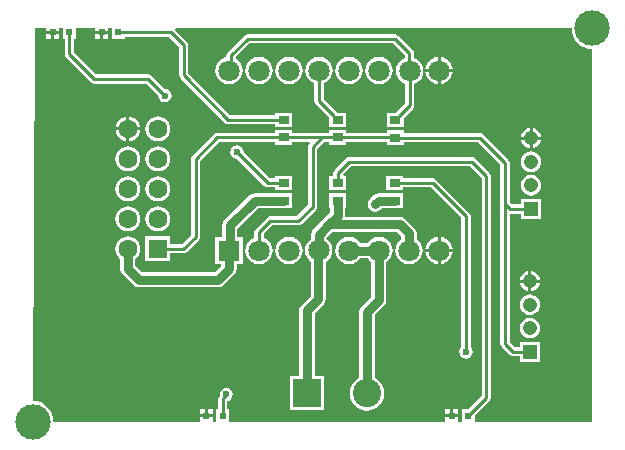
<source format=gtl>
G04*
G04 #@! TF.GenerationSoftware,Altium Limited,Altium Designer,20.1.8 (145)*
G04*
G04 Layer_Physical_Order=1*
G04 Layer_Color=255*
%FSLAX25Y25*%
%MOIN*%
G70*
G04*
G04 #@! TF.SameCoordinates,6820B22E-0937-42D0-9791-FC0B0F65920B*
G04*
G04*
G04 #@! TF.FilePolarity,Positive*
G04*
G01*
G75*
%ADD18R,0.02362X0.02362*%
%ADD19R,0.03543X0.02756*%
%ADD31C,0.01000*%
%ADD32C,0.02953*%
%ADD33R,0.07087X0.07087*%
%ADD34C,0.07087*%
%ADD35C,0.09449*%
%ADD36R,0.09449X0.09449*%
%ADD37C,0.06299*%
%ADD38R,0.06299X0.06299*%
%ADD39C,0.04756*%
%ADD40R,0.04756X0.04756*%
%ADD41C,0.11811*%
%ADD42C,0.02362*%
G36*
X191620Y141560D02*
X192015Y140258D01*
X192656Y139058D01*
X193519Y138007D01*
X194570Y137144D01*
X195770Y136503D01*
X197072Y136108D01*
X198425Y135975D01*
Y11811D01*
X159268D01*
Y13758D01*
X164074Y18564D01*
X164405Y19060D01*
X164522Y19646D01*
Y93701D01*
X164405Y94286D01*
X164074Y94782D01*
X159349Y99507D01*
X158853Y99838D01*
X158268Y99955D01*
X117323D01*
X116738Y99838D01*
X116241Y99507D01*
X112454Y95719D01*
X112122Y95223D01*
X112006Y94638D01*
Y93749D01*
X110764D01*
Y88993D01*
X116307D01*
Y93749D01*
X115517D01*
X115310Y94249D01*
X117956Y96896D01*
X157634D01*
X161463Y93067D01*
Y20279D01*
X157105Y15921D01*
X154906D01*
Y11811D01*
X153756D01*
Y13240D01*
X149394D01*
Y11811D01*
X77378D01*
Y15921D01*
X76726D01*
Y18683D01*
X76762Y18719D01*
X77229Y18812D01*
X77950Y19294D01*
X78433Y20015D01*
X78602Y20866D01*
X78433Y21717D01*
X77950Y22439D01*
X77229Y22921D01*
X76378Y23090D01*
X75527Y22921D01*
X74805Y22439D01*
X74323Y21717D01*
X74154Y20866D01*
X74225Y20508D01*
X74116Y20398D01*
X73784Y19902D01*
X73668Y19317D01*
Y15921D01*
X73016D01*
Y11811D01*
X71866D01*
Y13240D01*
X67504D01*
Y11811D01*
X18750D01*
X18617Y13165D01*
X18222Y14466D01*
X17581Y15666D01*
X16718Y16718D01*
X15666Y17581D01*
X14466Y18222D01*
X13165Y18617D01*
X11853Y18746D01*
X12598Y142913D01*
X16350D01*
Y142050D01*
X20712D01*
Y142913D01*
X21862D01*
Y139369D01*
X22514D01*
Y134224D01*
X22630Y133639D01*
X22962Y133143D01*
X31202Y124903D01*
X31698Y124571D01*
X32283Y124455D01*
X49760D01*
X53692Y120523D01*
X53682Y120472D01*
X53851Y119621D01*
X54333Y118900D01*
X55054Y118418D01*
X55905Y118249D01*
X56757Y118418D01*
X57478Y118900D01*
X57960Y119621D01*
X58129Y120472D01*
X57960Y121324D01*
X57478Y122045D01*
X56757Y122527D01*
X55905Y122696D01*
X55855Y122686D01*
X51475Y127066D01*
X50979Y127397D01*
X50394Y127514D01*
X32917D01*
X25573Y134858D01*
Y139369D01*
X26224D01*
Y142913D01*
X32745D01*
Y142050D01*
X37108D01*
Y142913D01*
X38257D01*
Y139369D01*
X42619D01*
Y140020D01*
X57423D01*
X60675Y136768D01*
Y127165D01*
X60792Y126580D01*
X61123Y126084D01*
X75871Y111336D01*
X76367Y111004D01*
X76953Y110888D01*
X92764D01*
Y110039D01*
X98307D01*
Y114795D01*
X92764D01*
Y113947D01*
X77586D01*
X63734Y127799D01*
Y137402D01*
X63618Y137987D01*
X63286Y138483D01*
X59356Y142413D01*
X59563Y142913D01*
X191486D01*
X191620Y141560D01*
D02*
G37*
%LPC*%
G36*
X37108Y141050D02*
X35426D01*
Y139369D01*
X37108D01*
Y141050D01*
D02*
G37*
G36*
X34426D02*
X32745D01*
Y139369D01*
X34426D01*
Y141050D01*
D02*
G37*
G36*
X20712D02*
X19031D01*
Y139369D01*
X20712D01*
Y141050D01*
D02*
G37*
G36*
X18031D02*
X16350D01*
Y139369D01*
X18031D01*
Y141050D01*
D02*
G37*
G36*
X147780Y133328D02*
Y129311D01*
X151796D01*
X151706Y129997D01*
X151248Y131102D01*
X150520Y132051D01*
X149571Y132780D01*
X148466Y133237D01*
X147780Y133328D01*
D02*
G37*
G36*
X146780D02*
X146094Y133237D01*
X144988Y132780D01*
X144039Y132051D01*
X143311Y131102D01*
X142853Y129997D01*
X142763Y129311D01*
X146780D01*
Y133328D01*
D02*
G37*
G36*
X151796Y128311D02*
X147780D01*
Y124294D01*
X148466Y124385D01*
X149571Y124843D01*
X150520Y125571D01*
X151248Y126520D01*
X151706Y127625D01*
X151796Y128311D01*
D02*
G37*
G36*
X146780D02*
X142763D01*
X142853Y127625D01*
X143311Y126520D01*
X144039Y125571D01*
X144988Y124843D01*
X146094Y124385D01*
X146780Y124294D01*
Y128311D01*
D02*
G37*
G36*
X127280Y133394D02*
X126094Y133237D01*
X124988Y132780D01*
X124039Y132051D01*
X123311Y131102D01*
X122853Y129997D01*
X122697Y128811D01*
X122853Y127625D01*
X123311Y126520D01*
X124039Y125571D01*
X124988Y124843D01*
X126094Y124385D01*
X127280Y124229D01*
X128466Y124385D01*
X129571Y124843D01*
X130520Y125571D01*
X131248Y126520D01*
X131706Y127625D01*
X131862Y128811D01*
X131706Y129997D01*
X131248Y131102D01*
X130520Y132051D01*
X129571Y132780D01*
X128466Y133237D01*
X127280Y133394D01*
D02*
G37*
G36*
X117280D02*
X116094Y133237D01*
X114988Y132780D01*
X114039Y132051D01*
X113311Y131102D01*
X112853Y129997D01*
X112697Y128811D01*
X112853Y127625D01*
X113311Y126520D01*
X114039Y125571D01*
X114988Y124843D01*
X116094Y124385D01*
X117280Y124229D01*
X118466Y124385D01*
X119571Y124843D01*
X120520Y125571D01*
X121248Y126520D01*
X121706Y127625D01*
X121862Y128811D01*
X121706Y129997D01*
X121248Y131102D01*
X120520Y132051D01*
X119571Y132780D01*
X118466Y133237D01*
X117280Y133394D01*
D02*
G37*
G36*
X97280D02*
X96094Y133237D01*
X94988Y132780D01*
X94039Y132051D01*
X93311Y131102D01*
X92853Y129997D01*
X92697Y128811D01*
X92853Y127625D01*
X93311Y126520D01*
X94039Y125571D01*
X94988Y124843D01*
X96094Y124385D01*
X97280Y124229D01*
X98466Y124385D01*
X99571Y124843D01*
X100520Y125571D01*
X101248Y126520D01*
X101706Y127625D01*
X101862Y128811D01*
X101706Y129997D01*
X101248Y131102D01*
X100520Y132051D01*
X99571Y132780D01*
X98466Y133237D01*
X97280Y133394D01*
D02*
G37*
G36*
X87280D02*
X86094Y133237D01*
X84988Y132780D01*
X84039Y132051D01*
X83311Y131102D01*
X82853Y129997D01*
X82697Y128811D01*
X82853Y127625D01*
X83311Y126520D01*
X84039Y125571D01*
X84988Y124843D01*
X86094Y124385D01*
X87280Y124229D01*
X88466Y124385D01*
X89571Y124843D01*
X90520Y125571D01*
X91248Y126520D01*
X91706Y127625D01*
X91862Y128811D01*
X91706Y129997D01*
X91248Y131102D01*
X90520Y132051D01*
X89571Y132780D01*
X88466Y133237D01*
X87280Y133394D01*
D02*
G37*
G36*
X107280D02*
X106094Y133237D01*
X104988Y132780D01*
X104039Y132051D01*
X103311Y131102D01*
X102853Y129997D01*
X102697Y128811D01*
X102853Y127625D01*
X103311Y126520D01*
X104039Y125571D01*
X104988Y124843D01*
X105750Y124527D01*
Y118673D01*
X105867Y118088D01*
X106198Y117592D01*
X110764Y113026D01*
Y110039D01*
X116307D01*
Y114795D01*
X113320D01*
X108809Y119307D01*
Y124527D01*
X109571Y124843D01*
X110520Y125571D01*
X111248Y126520D01*
X111706Y127625D01*
X111862Y128811D01*
X111706Y129997D01*
X111248Y131102D01*
X110520Y132051D01*
X109571Y132780D01*
X108466Y133237D01*
X107280Y133394D01*
D02*
G37*
G36*
X132677Y140900D02*
X83465D01*
X82879Y140783D01*
X82383Y140452D01*
X76867Y134936D01*
X76536Y134440D01*
X76419Y133854D01*
Y133280D01*
X76094Y133237D01*
X74988Y132780D01*
X74039Y132051D01*
X73311Y131102D01*
X72853Y129997D01*
X72697Y128811D01*
X72853Y127625D01*
X73311Y126520D01*
X74039Y125571D01*
X74988Y124843D01*
X76094Y124385D01*
X77280Y124229D01*
X78466Y124385D01*
X79571Y124843D01*
X80520Y125571D01*
X81248Y126520D01*
X81706Y127625D01*
X81862Y128811D01*
X81706Y129997D01*
X81248Y131102D01*
X80520Y132051D01*
X79588Y132766D01*
X79552Y133067D01*
X79537Y133280D01*
X84098Y137841D01*
X132044D01*
X135872Y134012D01*
Y132985D01*
X135185Y132701D01*
X134236Y131973D01*
X133508Y131024D01*
X133050Y129918D01*
X132894Y128732D01*
X133050Y127546D01*
X133508Y126441D01*
X134236Y125492D01*
X135185Y124764D01*
X135947Y124448D01*
Y117834D01*
X132892Y114780D01*
X129905D01*
Y110024D01*
X135449D01*
Y113010D01*
X138558Y116119D01*
X138889Y116616D01*
X139006Y117201D01*
Y124448D01*
X139768Y124764D01*
X140717Y125492D01*
X141445Y126441D01*
X141903Y127546D01*
X142059Y128732D01*
X141903Y129918D01*
X141445Y131024D01*
X140717Y131973D01*
X139768Y132701D01*
X138931Y133047D01*
Y134646D01*
X138814Y135231D01*
X138483Y135727D01*
X133759Y140452D01*
X133262Y140783D01*
X132677Y140900D01*
D02*
G37*
G36*
X44063Y113490D02*
Y109870D01*
X47683D01*
X47606Y110453D01*
X47188Y111463D01*
X46523Y112330D01*
X45656Y112995D01*
X44646Y113413D01*
X44063Y113490D01*
D02*
G37*
G36*
X43063D02*
X42480Y113413D01*
X41470Y112995D01*
X40604Y112330D01*
X39938Y111463D01*
X39520Y110453D01*
X39443Y109870D01*
X43063D01*
Y113490D01*
D02*
G37*
G36*
X116307Y108890D02*
X110764D01*
Y108041D01*
X98307D01*
Y108890D01*
X92764D01*
Y108041D01*
X73441D01*
X72856Y107925D01*
X72360Y107593D01*
X65060Y100294D01*
X64729Y99798D01*
X64612Y99213D01*
Y74056D01*
X61456Y70899D01*
X57713D01*
Y73520D01*
X49413D01*
Y65220D01*
X57713D01*
Y67841D01*
X62089D01*
X62674Y67957D01*
X63170Y68289D01*
X67223Y72341D01*
X67555Y72838D01*
X67671Y73423D01*
Y98579D01*
X74074Y104982D01*
X92764D01*
Y104134D01*
X98307D01*
Y104982D01*
X103922D01*
X104113Y104520D01*
X104037Y104444D01*
X103705Y103947D01*
X103589Y103362D01*
Y84098D01*
X99760Y80270D01*
X90945D01*
X90360Y80153D01*
X89863Y79822D01*
X86198Y76156D01*
X85867Y75660D01*
X85750Y75075D01*
Y73095D01*
X84988Y72780D01*
X84039Y72051D01*
X83311Y71102D01*
X82853Y69997D01*
X82697Y68811D01*
X82853Y67625D01*
X83311Y66520D01*
X84039Y65571D01*
X84988Y64842D01*
X86094Y64385D01*
X87280Y64228D01*
X88466Y64385D01*
X89571Y64842D01*
X90520Y65571D01*
X91248Y66520D01*
X91706Y67625D01*
X91862Y68811D01*
X91706Y69997D01*
X91248Y71102D01*
X90520Y72051D01*
X89571Y72780D01*
X88809Y73095D01*
Y74441D01*
X91578Y77211D01*
X100394D01*
X100979Y77327D01*
X101475Y77659D01*
X106200Y82383D01*
X106531Y82879D01*
X106648Y83465D01*
Y102729D01*
X108901Y104982D01*
X110764D01*
Y104134D01*
X116307D01*
Y104982D01*
X129905D01*
Y104118D01*
X135449D01*
Y104967D01*
X160193D01*
X167762Y97398D01*
Y84252D01*
Y37795D01*
X167878Y37210D01*
X168210Y36714D01*
X170966Y33958D01*
X171462Y33626D01*
X172047Y33510D01*
X174181D01*
Y31661D01*
X180937D01*
Y38417D01*
X174181D01*
Y36569D01*
X172681D01*
X170821Y38429D01*
Y81111D01*
X170866Y81148D01*
X174575D01*
Y79299D01*
X181331D01*
Y86055D01*
X174575D01*
Y84207D01*
X171500D01*
X170821Y84886D01*
Y98032D01*
X170704Y98617D01*
X170373Y99113D01*
X161908Y107578D01*
X161412Y107909D01*
X160827Y108025D01*
X135449D01*
Y108874D01*
X129905D01*
Y108041D01*
X116307D01*
Y108890D01*
D02*
G37*
G36*
X178453Y109641D02*
Y106799D01*
X181294D01*
X181244Y107181D01*
X180903Y108003D01*
X180362Y108708D01*
X179656Y109250D01*
X178835Y109590D01*
X178453Y109641D01*
D02*
G37*
G36*
X177453Y109641D02*
X177071Y109590D01*
X176249Y109250D01*
X175544Y108708D01*
X175002Y108003D01*
X174662Y107181D01*
X174611Y106799D01*
X177453D01*
Y109641D01*
D02*
G37*
G36*
X47683Y108870D02*
X44063D01*
Y105251D01*
X44646Y105327D01*
X45656Y105745D01*
X46523Y106411D01*
X47188Y107277D01*
X47606Y108287D01*
X47683Y108870D01*
D02*
G37*
G36*
X43063D02*
X39443D01*
X39520Y108287D01*
X39938Y107277D01*
X40604Y106411D01*
X41470Y105745D01*
X42480Y105327D01*
X43063Y105251D01*
Y108870D01*
D02*
G37*
G36*
X53563Y113556D02*
X52480Y113413D01*
X51470Y112995D01*
X50603Y112330D01*
X49938Y111463D01*
X49520Y110453D01*
X49378Y109370D01*
X49520Y108287D01*
X49938Y107277D01*
X50603Y106411D01*
X51470Y105745D01*
X52480Y105327D01*
X53563Y105185D01*
X54646Y105327D01*
X55656Y105745D01*
X56523Y106411D01*
X57188Y107277D01*
X57606Y108287D01*
X57748Y109370D01*
X57606Y110453D01*
X57188Y111463D01*
X56523Y112330D01*
X55656Y112995D01*
X54646Y113413D01*
X53563Y113556D01*
D02*
G37*
G36*
X177453Y105799D02*
X174611D01*
X174662Y105417D01*
X175002Y104596D01*
X175544Y103890D01*
X176249Y103349D01*
X177071Y103008D01*
X177453Y102958D01*
Y105799D01*
D02*
G37*
G36*
X181294D02*
X178453D01*
Y102958D01*
X178835Y103008D01*
X179656Y103349D01*
X180362Y103890D01*
X180903Y104596D01*
X181244Y105417D01*
X181294Y105799D01*
D02*
G37*
G36*
X53563Y103556D02*
X52480Y103413D01*
X51470Y102995D01*
X50603Y102330D01*
X49938Y101463D01*
X49520Y100453D01*
X49378Y99370D01*
X49520Y98287D01*
X49938Y97277D01*
X50603Y96411D01*
X51470Y95745D01*
X52480Y95327D01*
X53563Y95185D01*
X54646Y95327D01*
X55656Y95745D01*
X56523Y96411D01*
X57188Y97277D01*
X57606Y98287D01*
X57748Y99370D01*
X57606Y100453D01*
X57188Y101463D01*
X56523Y102330D01*
X55656Y102995D01*
X54646Y103413D01*
X53563Y103556D01*
D02*
G37*
G36*
X43563D02*
X42480Y103413D01*
X41470Y102995D01*
X40604Y102330D01*
X39938Y101463D01*
X39520Y100453D01*
X39378Y99370D01*
X39520Y98287D01*
X39938Y97277D01*
X40604Y96411D01*
X41470Y95745D01*
X42480Y95327D01*
X43563Y95185D01*
X44646Y95327D01*
X45656Y95745D01*
X46523Y96411D01*
X47188Y97277D01*
X47606Y98287D01*
X47748Y99370D01*
X47606Y100453D01*
X47188Y101463D01*
X46523Y102330D01*
X45656Y102995D01*
X44646Y103413D01*
X43563Y103556D01*
D02*
G37*
G36*
X177953Y101832D02*
X177071Y101716D01*
X176249Y101376D01*
X175544Y100834D01*
X175002Y100129D01*
X174662Y99307D01*
X174546Y98425D01*
X174662Y97543D01*
X175002Y96722D01*
X175544Y96016D01*
X176249Y95475D01*
X177071Y95134D01*
X177953Y95018D01*
X178835Y95134D01*
X179656Y95475D01*
X180362Y96016D01*
X180903Y96722D01*
X181244Y97543D01*
X181360Y98425D01*
X181244Y99307D01*
X180903Y100129D01*
X180362Y100834D01*
X179656Y101376D01*
X178835Y101716D01*
X177953Y101832D01*
D02*
G37*
G36*
X79921Y103831D02*
X79070Y103661D01*
X78349Y103179D01*
X77867Y102458D01*
X77697Y101607D01*
X77867Y100756D01*
X78349Y100034D01*
X79070Y99552D01*
X79921Y99383D01*
X79972Y99393D01*
X89076Y90290D01*
X89572Y89958D01*
X90157Y89842D01*
X92764D01*
Y88993D01*
X98307D01*
Y93749D01*
X92764D01*
Y92901D01*
X90790D01*
X82135Y101556D01*
X82145Y101607D01*
X81976Y102458D01*
X81494Y103179D01*
X80772Y103661D01*
X79921Y103831D01*
D02*
G37*
G36*
X177953Y93958D02*
X177071Y93842D01*
X176249Y93502D01*
X175544Y92960D01*
X175002Y92255D01*
X174662Y91433D01*
X174546Y90551D01*
X174662Y89669D01*
X175002Y88848D01*
X175544Y88142D01*
X176249Y87601D01*
X177071Y87260D01*
X177953Y87144D01*
X178835Y87260D01*
X179656Y87601D01*
X180362Y88142D01*
X180903Y88848D01*
X181244Y89669D01*
X181360Y90551D01*
X181244Y91433D01*
X180903Y92255D01*
X180362Y92960D01*
X179656Y93502D01*
X178835Y93842D01*
X177953Y93958D01*
D02*
G37*
G36*
X53563Y93555D02*
X52480Y93413D01*
X51470Y92995D01*
X50603Y92330D01*
X49938Y91463D01*
X49520Y90453D01*
X49378Y89370D01*
X49520Y88287D01*
X49938Y87277D01*
X50603Y86411D01*
X51470Y85745D01*
X52480Y85327D01*
X53563Y85185D01*
X54646Y85327D01*
X55656Y85745D01*
X56523Y86411D01*
X57188Y87277D01*
X57606Y88287D01*
X57748Y89370D01*
X57606Y90453D01*
X57188Y91463D01*
X56523Y92330D01*
X55656Y92995D01*
X54646Y93413D01*
X53563Y93555D01*
D02*
G37*
G36*
X43563D02*
X42480Y93413D01*
X41470Y92995D01*
X40604Y92330D01*
X39938Y91463D01*
X39520Y90453D01*
X39378Y89370D01*
X39520Y88287D01*
X39938Y87277D01*
X40604Y86411D01*
X41470Y85745D01*
X42480Y85327D01*
X43563Y85185D01*
X44646Y85327D01*
X45656Y85745D01*
X46523Y86411D01*
X47188Y87277D01*
X47606Y88287D01*
X47748Y89370D01*
X47606Y90453D01*
X47188Y91463D01*
X46523Y92330D01*
X45656Y92995D01*
X44646Y93413D01*
X43563Y93555D01*
D02*
G37*
G36*
X132535Y87990D02*
X127198D01*
X126232Y87798D01*
X125412Y87251D01*
X124199Y86037D01*
X123652Y85218D01*
X123459Y84252D01*
X123652Y83286D01*
X124199Y82467D01*
X125018Y81919D01*
X125984Y81727D01*
X126951Y81919D01*
X127770Y82467D01*
X128244Y82941D01*
X132535D01*
X133274Y83087D01*
X135307D01*
Y87843D01*
X133274D01*
X132535Y87990D01*
D02*
G37*
G36*
X53563Y83556D02*
X52480Y83413D01*
X51470Y82995D01*
X50603Y82330D01*
X49938Y81463D01*
X49520Y80453D01*
X49378Y79370D01*
X49520Y78287D01*
X49938Y77277D01*
X50603Y76411D01*
X51470Y75745D01*
X52480Y75327D01*
X53563Y75185D01*
X54646Y75327D01*
X55656Y75745D01*
X56523Y76411D01*
X57188Y77277D01*
X57606Y78287D01*
X57748Y79370D01*
X57606Y80453D01*
X57188Y81463D01*
X56523Y82330D01*
X55656Y82995D01*
X54646Y83413D01*
X53563Y83556D01*
D02*
G37*
G36*
X43563D02*
X42480Y83413D01*
X41470Y82995D01*
X40604Y82330D01*
X39938Y81463D01*
X39520Y80453D01*
X39378Y79370D01*
X39520Y78287D01*
X39938Y77277D01*
X40604Y76411D01*
X41470Y75745D01*
X42480Y75327D01*
X43563Y75185D01*
X44646Y75327D01*
X45656Y75745D01*
X46523Y76411D01*
X47188Y77277D01*
X47606Y78287D01*
X47748Y79370D01*
X47606Y80453D01*
X47188Y81463D01*
X46523Y82330D01*
X45656Y82995D01*
X44646Y83413D01*
X43563Y83556D01*
D02*
G37*
G36*
X127280Y73393D02*
X126094Y73237D01*
X124988Y72780D01*
X124039Y72051D01*
X123490Y71336D01*
X121069D01*
X120520Y72051D01*
X119571Y72780D01*
X118466Y73237D01*
X117280Y73393D01*
X116094Y73237D01*
X114988Y72780D01*
X114039Y72051D01*
X113311Y71102D01*
X112853Y69997D01*
X112697Y68811D01*
X112853Y67625D01*
X113311Y66520D01*
X114039Y65571D01*
X114988Y64842D01*
X116094Y64385D01*
X117280Y64228D01*
X118466Y64385D01*
X119571Y64842D01*
X120520Y65571D01*
X121069Y66286D01*
X123490D01*
X124039Y65571D01*
X124641Y65109D01*
Y53408D01*
X121478Y50246D01*
X120931Y49427D01*
X120739Y48461D01*
Y26410D01*
X120377Y26260D01*
X119181Y25343D01*
X118264Y24147D01*
X117687Y22754D01*
X117490Y21260D01*
X117687Y19766D01*
X118264Y18373D01*
X119181Y17177D01*
X120377Y16260D01*
X121770Y15683D01*
X123264Y15486D01*
X124758Y15683D01*
X126151Y16260D01*
X127347Y17177D01*
X128264Y18373D01*
X128841Y19766D01*
X129038Y21260D01*
X128841Y22754D01*
X128264Y24147D01*
X127347Y25343D01*
X126151Y26260D01*
X125789Y26410D01*
Y47415D01*
X128951Y50577D01*
X129498Y51396D01*
X129690Y52362D01*
Y64934D01*
X130520Y65571D01*
X131248Y66520D01*
X131706Y67625D01*
X131862Y68811D01*
X131706Y69997D01*
X131248Y71102D01*
X130520Y72051D01*
X129571Y72780D01*
X128466Y73237D01*
X127280Y73393D01*
D02*
G37*
G36*
X147780Y73328D02*
Y69311D01*
X151796D01*
X151706Y69997D01*
X151248Y71102D01*
X150520Y72051D01*
X149571Y72780D01*
X148466Y73237D01*
X147780Y73328D01*
D02*
G37*
G36*
X146780D02*
X146094Y73237D01*
X144988Y72780D01*
X144039Y72051D01*
X143311Y71102D01*
X142853Y69997D01*
X142763Y69311D01*
X146780D01*
Y73328D01*
D02*
G37*
G36*
X151796Y68311D02*
X147780D01*
Y64294D01*
X148466Y64385D01*
X149571Y64842D01*
X150520Y65571D01*
X151248Y66520D01*
X151706Y67625D01*
X151796Y68311D01*
D02*
G37*
G36*
X146780D02*
X142763D01*
X142853Y67625D01*
X143311Y66520D01*
X144039Y65571D01*
X144988Y64842D01*
X146094Y64385D01*
X146780Y64294D01*
Y68311D01*
D02*
G37*
G36*
X113535Y87990D02*
X112797Y87843D01*
X110764D01*
Y83087D01*
X111011D01*
Y81510D01*
X108845Y79344D01*
X108845Y79344D01*
X105376Y75876D01*
X104829Y75057D01*
X104637Y74090D01*
Y72679D01*
X103921Y72130D01*
X103193Y71181D01*
X102735Y70076D01*
X102579Y68890D01*
X102735Y67704D01*
X103193Y66599D01*
X103921Y65649D01*
X104562Y65158D01*
Y53802D01*
X101479Y50719D01*
X100931Y49900D01*
X100739Y48933D01*
Y26984D01*
X97540D01*
Y15535D01*
X108988D01*
Y26984D01*
X105789D01*
Y47887D01*
X108872Y50971D01*
X109419Y51790D01*
X109611Y52756D01*
Y65043D01*
X110402Y65649D01*
X111130Y66599D01*
X111588Y67704D01*
X111744Y68890D01*
X111588Y70076D01*
X111130Y71181D01*
X110402Y72130D01*
X109800Y72592D01*
X109775Y73133D01*
X111676Y75034D01*
X133206D01*
X134755Y73486D01*
Y72600D01*
X134039Y72051D01*
X133311Y71102D01*
X132853Y69997D01*
X132697Y68811D01*
X132853Y67625D01*
X133311Y66520D01*
X134039Y65571D01*
X134988Y64842D01*
X136094Y64385D01*
X137280Y64228D01*
X138466Y64385D01*
X139571Y64842D01*
X140520Y65571D01*
X141248Y66520D01*
X141706Y67625D01*
X141862Y68811D01*
X141706Y69997D01*
X141248Y71102D01*
X140520Y72051D01*
X139804Y72600D01*
Y74531D01*
X139612Y75498D01*
X139065Y76317D01*
X136037Y79344D01*
X135218Y79892D01*
X134252Y80084D01*
X116373D01*
X116060Y80465D01*
Y83087D01*
X116307D01*
Y87843D01*
X114274D01*
X113535Y87990D01*
D02*
G37*
G36*
X97280Y73393D02*
X96094Y73237D01*
X94988Y72780D01*
X94039Y72051D01*
X93311Y71102D01*
X92853Y69997D01*
X92697Y68811D01*
X92853Y67625D01*
X93311Y66520D01*
X94039Y65571D01*
X94988Y64842D01*
X96094Y64385D01*
X97280Y64228D01*
X98466Y64385D01*
X99571Y64842D01*
X100520Y65571D01*
X101248Y66520D01*
X101706Y67625D01*
X101862Y68811D01*
X101706Y69997D01*
X101248Y71102D01*
X100520Y72051D01*
X99571Y72780D01*
X98466Y73237D01*
X97280Y73393D01*
D02*
G37*
G36*
X95535Y87990D02*
X85859D01*
X84893Y87798D01*
X84074Y87251D01*
X75774Y78951D01*
X75226Y78132D01*
X75034Y77165D01*
Y73354D01*
X72736D01*
Y64268D01*
X74755D01*
Y63758D01*
X72576Y61580D01*
X48290D01*
X46088Y63782D01*
Y66077D01*
X46523Y66411D01*
X47188Y67277D01*
X47606Y68287D01*
X47748Y69370D01*
X47606Y70453D01*
X47188Y71463D01*
X46523Y72330D01*
X45656Y72995D01*
X44646Y73413D01*
X43563Y73555D01*
X42480Y73413D01*
X41470Y72995D01*
X40604Y72330D01*
X39938Y71463D01*
X39520Y70453D01*
X39378Y69370D01*
X39520Y68287D01*
X39938Y67277D01*
X40604Y66411D01*
X41038Y66077D01*
Y62736D01*
X41230Y61770D01*
X41778Y60951D01*
X45459Y57270D01*
X46278Y56722D01*
X47244Y56530D01*
X73622D01*
X74588Y56722D01*
X75407Y57270D01*
X79065Y60927D01*
X79612Y61747D01*
X79804Y62713D01*
Y64268D01*
X81823D01*
Y73354D01*
X80084D01*
Y76120D01*
X86905Y82941D01*
X95535D01*
X96274Y83087D01*
X98307D01*
Y87843D01*
X96274D01*
X95535Y87990D01*
D02*
G37*
G36*
X178059Y62003D02*
Y59161D01*
X180900D01*
X180850Y59543D01*
X180510Y60365D01*
X179968Y61071D01*
X179263Y61612D01*
X178441Y61952D01*
X178059Y62003D01*
D02*
G37*
G36*
X177059D02*
X176677Y61952D01*
X175856Y61612D01*
X175150Y61071D01*
X174608Y60365D01*
X174268Y59543D01*
X174218Y59161D01*
X177059D01*
Y62003D01*
D02*
G37*
G36*
X180900Y58161D02*
X178059D01*
Y55320D01*
X178441Y55370D01*
X179263Y55711D01*
X179968Y56252D01*
X180510Y56958D01*
X180850Y57780D01*
X180900Y58161D01*
D02*
G37*
G36*
X177059D02*
X174218D01*
X174268Y57780D01*
X174608Y56958D01*
X175150Y56252D01*
X175856Y55711D01*
X176677Y55370D01*
X177059Y55320D01*
Y58161D01*
D02*
G37*
G36*
X177559Y54194D02*
X176677Y54078D01*
X175856Y53738D01*
X175150Y53197D01*
X174608Y52491D01*
X174268Y51669D01*
X174152Y50787D01*
X174268Y49906D01*
X174608Y49084D01*
X175150Y48378D01*
X175856Y47837D01*
X176677Y47496D01*
X177559Y47380D01*
X178441Y47496D01*
X179263Y47837D01*
X179968Y48378D01*
X180510Y49084D01*
X180850Y49906D01*
X180966Y50787D01*
X180850Y51669D01*
X180510Y52491D01*
X179968Y53197D01*
X179263Y53738D01*
X178441Y54078D01*
X177559Y54194D01*
D02*
G37*
G36*
Y46321D02*
X176677Y46204D01*
X175856Y45864D01*
X175150Y45323D01*
X174608Y44617D01*
X174268Y43795D01*
X174152Y42913D01*
X174268Y42032D01*
X174608Y41210D01*
X175150Y40504D01*
X175856Y39963D01*
X176677Y39622D01*
X177559Y39506D01*
X178441Y39622D01*
X179263Y39963D01*
X179968Y40504D01*
X180510Y41210D01*
X180850Y42032D01*
X180966Y42913D01*
X180850Y43795D01*
X180510Y44617D01*
X179968Y45323D01*
X179263Y45864D01*
X178441Y46204D01*
X177559Y46321D01*
D02*
G37*
G36*
X135307Y93749D02*
X129764D01*
Y88993D01*
X135307D01*
Y89842D01*
X144610D01*
X154770Y79681D01*
Y36641D01*
X154727Y36612D01*
X154245Y35890D01*
X154075Y35039D01*
X154245Y34188D01*
X154727Y33467D01*
X155448Y32985D01*
X156299Y32816D01*
X157150Y32985D01*
X157872Y33467D01*
X158354Y34188D01*
X158523Y35039D01*
X158354Y35890D01*
X157872Y36612D01*
X157829Y36641D01*
Y80315D01*
X157712Y80900D01*
X157381Y81396D01*
X146325Y92453D01*
X145828Y92784D01*
X145243Y92901D01*
X135307D01*
Y93749D01*
D02*
G37*
G36*
X153756Y15921D02*
X152075D01*
Y14240D01*
X153756D01*
Y15921D01*
D02*
G37*
G36*
X151075D02*
X149394D01*
Y14240D01*
X151075D01*
Y15921D01*
D02*
G37*
G36*
X71866Y15921D02*
X70185D01*
Y14240D01*
X71866D01*
Y15921D01*
D02*
G37*
G36*
X69185D02*
X67504D01*
Y14240D01*
X69185D01*
Y15921D01*
D02*
G37*
%LPD*%
D18*
X151575Y13740D02*
D03*
X157087D02*
D03*
X18531Y141550D02*
D03*
X24043D02*
D03*
X34926D02*
D03*
X40438D02*
D03*
X69685Y13740D02*
D03*
X75197D02*
D03*
D19*
X132535Y91371D02*
D03*
Y85466D02*
D03*
X113535Y91371D02*
D03*
Y85466D02*
D03*
X95535Y91371D02*
D03*
Y85466D02*
D03*
X132677Y106496D02*
D03*
Y112402D02*
D03*
X113535Y106512D02*
D03*
Y112417D02*
D03*
X95535D02*
D03*
Y106512D02*
D03*
D31*
X157087Y13740D02*
X162992Y19646D01*
X75197Y13740D02*
Y19317D01*
X76378Y20497D01*
Y20866D01*
X53563Y69370D02*
X62089D01*
X66142Y73423D02*
Y99213D01*
X62089Y69370D02*
X66142Y73423D01*
Y99213D02*
X73441Y106512D01*
X113535Y91371D02*
Y94638D01*
X117323Y98425D01*
X158268D01*
X90157Y91371D02*
X95535D01*
X79921Y101607D02*
X90157Y91371D01*
X73441Y106512D02*
X95535D01*
X32283Y125984D02*
X50394D01*
X55905Y120472D01*
X24043Y134224D02*
Y141550D01*
Y134224D02*
X32283Y125984D01*
X158268Y98425D02*
X162992Y93701D01*
Y19646D02*
Y93701D01*
X156299Y35039D02*
Y80315D01*
X132535Y91371D02*
X145243D01*
X156299Y80315D01*
X53563Y109370D02*
X53642Y109449D01*
X177559Y35039D02*
X177559Y35039D01*
X172047Y35039D02*
X177559D01*
X169291Y37795D02*
Y84252D01*
Y37795D02*
X172047Y35039D01*
X177953Y82677D02*
X177953Y82677D01*
X170866Y82677D02*
X177953D01*
X169291Y84252D02*
Y98032D01*
Y84252D02*
X170866Y82677D01*
X160827Y106496D02*
X169291Y98032D01*
X132677Y106496D02*
X160827D01*
X137402Y128807D02*
X137476Y128732D01*
X137402Y128807D02*
Y134646D01*
X83465Y139370D02*
X132677D01*
X137402Y134646D01*
X77280Y128811D02*
X77949Y129480D01*
Y133854D01*
X83465Y139370D01*
X58057Y141550D02*
X62205Y137402D01*
X40438Y141550D02*
X58057D01*
X62205Y127165D02*
Y137402D01*
Y127165D02*
X76953Y112417D01*
X95535D01*
X34926Y141550D02*
X35039Y141663D01*
X108268Y106512D02*
X113535D01*
X95535D02*
X108268D01*
X105118Y83465D02*
Y103362D01*
X108268Y106512D01*
X100394Y78740D02*
X105118Y83465D01*
X90945Y78740D02*
X100394D01*
X87280Y75075D02*
X90945Y78740D01*
X87280Y68811D02*
Y75075D01*
X77280Y68811D02*
X77559Y69090D01*
X132677Y112402D02*
X133071D01*
X133949Y113280D01*
Y113673D01*
X137476Y117201D01*
Y128732D01*
X113142Y112417D02*
X113535D01*
X112264Y113295D02*
X113142Y112417D01*
X112264Y113295D02*
Y113689D01*
X107280Y118673D02*
X112264Y113689D01*
X107280Y118673D02*
Y128811D01*
X117280Y68811D02*
X127280D01*
X117280D02*
X117717Y68374D01*
X113535Y106512D02*
X132035D01*
X127165Y68697D02*
X127280Y68811D01*
X107087Y68815D02*
X107161Y68890D01*
D32*
X125984Y84252D02*
X127198Y85466D01*
X132535D01*
X103264Y21260D02*
Y48933D01*
X107087Y52756D01*
X117717Y68811D02*
X127280D01*
X73622Y59055D02*
X77280Y62713D01*
Y68811D01*
X47244Y59055D02*
X73622D01*
X43563Y62736D02*
Y69370D01*
Y62736D02*
X47244Y59055D01*
X77559Y69090D02*
Y77165D01*
X85859Y85466D02*
X95535D01*
X77559Y77165D02*
X85859Y85466D01*
X113535Y80465D02*
Y85039D01*
X110630Y77559D02*
X113535Y80465D01*
X137280Y68811D02*
Y74531D01*
X107161Y74090D02*
X110630Y77559D01*
X134252D02*
X137280Y74531D01*
X107161Y68890D02*
Y74090D01*
X110630Y77559D02*
X134252D01*
X123264Y21260D02*
Y48461D01*
X127165Y52362D02*
Y68697D01*
X123264Y48461D02*
X127165Y52362D01*
X107087Y52756D02*
Y68815D01*
D33*
X77280Y68811D02*
D03*
D34*
X87280D02*
D03*
X97280D02*
D03*
X117280D02*
D03*
X127280D02*
D03*
X137280D02*
D03*
X147280D02*
D03*
X77280Y128811D02*
D03*
X87280D02*
D03*
X97280D02*
D03*
X107280D02*
D03*
X117280D02*
D03*
X127280D02*
D03*
X137476Y128732D02*
D03*
X147280Y128811D02*
D03*
X107161Y68890D02*
D03*
D35*
X123264Y21260D02*
D03*
D36*
X103264D02*
D03*
D37*
X53563Y109370D02*
D03*
Y99370D02*
D03*
X43563Y109370D02*
D03*
Y99370D02*
D03*
X53563Y89370D02*
D03*
X43563D02*
D03*
Y79370D02*
D03*
X53563D02*
D03*
X43563Y69370D02*
D03*
D38*
X53563D02*
D03*
D39*
X177953Y106299D02*
D03*
Y98425D02*
D03*
Y90551D02*
D03*
X177559Y58661D02*
D03*
Y50787D02*
D03*
Y42913D02*
D03*
D40*
X177953Y82677D02*
D03*
X177559Y35039D02*
D03*
D41*
X11811Y11811D02*
D03*
X198425Y142913D02*
D03*
D42*
X76378Y20866D02*
D03*
X79921Y101607D02*
D03*
X55905Y120472D02*
D03*
X125984Y84252D02*
D03*
X156299Y35039D02*
D03*
M02*

</source>
